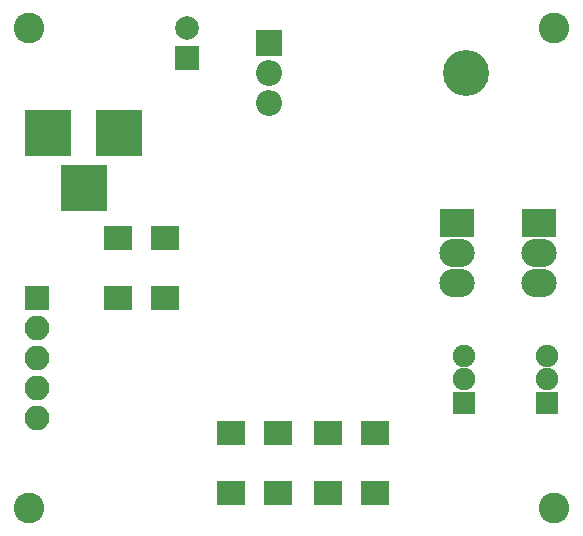
<source format=gbr>
G04 #@! TF.FileFunction,Soldermask,Top*
%FSLAX46Y46*%
G04 Gerber Fmt 4.6, Leading zero omitted, Abs format (unit mm)*
G04 Created by KiCad (PCBNEW 4.0.7) date Monday, March 05, 2018 'PMt' 09:34:27 PM*
%MOMM*%
%LPD*%
G01*
G04 APERTURE LIST*
%ADD10C,0.100000*%
%ADD11C,2.600000*%
%ADD12R,2.000000X2.000000*%
%ADD13C,2.000000*%
%ADD14R,2.400000X2.100000*%
%ADD15R,3.900000X3.900000*%
%ADD16O,3.900000X3.900000*%
%ADD17R,2.200000X2.200000*%
%ADD18O,2.200000X2.200000*%
%ADD19R,1.900000X1.900000*%
%ADD20C,1.900000*%
%ADD21R,3.000000X2.400000*%
%ADD22O,3.000000X2.400000*%
%ADD23R,2.100000X2.100000*%
%ADD24O,2.100000X2.100000*%
G04 APERTURE END LIST*
D10*
D11*
X97790000Y-16510000D03*
X53340000Y-57150000D03*
X97790000Y-57150000D03*
D12*
X66675000Y-19050000D03*
D13*
X66675000Y-16550000D03*
D14*
X60865000Y-34290000D03*
X64865000Y-34290000D03*
X78645000Y-50800000D03*
X82645000Y-50800000D03*
D15*
X60960000Y-25400000D03*
X54960000Y-25400000D03*
X57960000Y-30100000D03*
D14*
X60865000Y-39370000D03*
X64865000Y-39370000D03*
D16*
X90320000Y-20320000D03*
D17*
X73660000Y-17780000D03*
D18*
X73660000Y-20320000D03*
X73660000Y-22860000D03*
D19*
X97155000Y-48260000D03*
D20*
X97155000Y-46260000D03*
X97155000Y-44260000D03*
D21*
X96520000Y-33020000D03*
D22*
X96520000Y-35560000D03*
X96520000Y-38100000D03*
D14*
X74390000Y-55880000D03*
X70390000Y-55880000D03*
X70390000Y-50800000D03*
X74390000Y-50800000D03*
D23*
X53975000Y-39370000D03*
D24*
X53975000Y-41910000D03*
X53975000Y-44450000D03*
X53975000Y-46990000D03*
X53975000Y-49530000D03*
D14*
X78645000Y-55880000D03*
X82645000Y-55880000D03*
D11*
X53340000Y-16510000D03*
D19*
X90170000Y-48260000D03*
D20*
X90170000Y-46260000D03*
X90170000Y-44260000D03*
D21*
X89535000Y-33020000D03*
D22*
X89535000Y-35560000D03*
X89535000Y-38100000D03*
M02*

</source>
